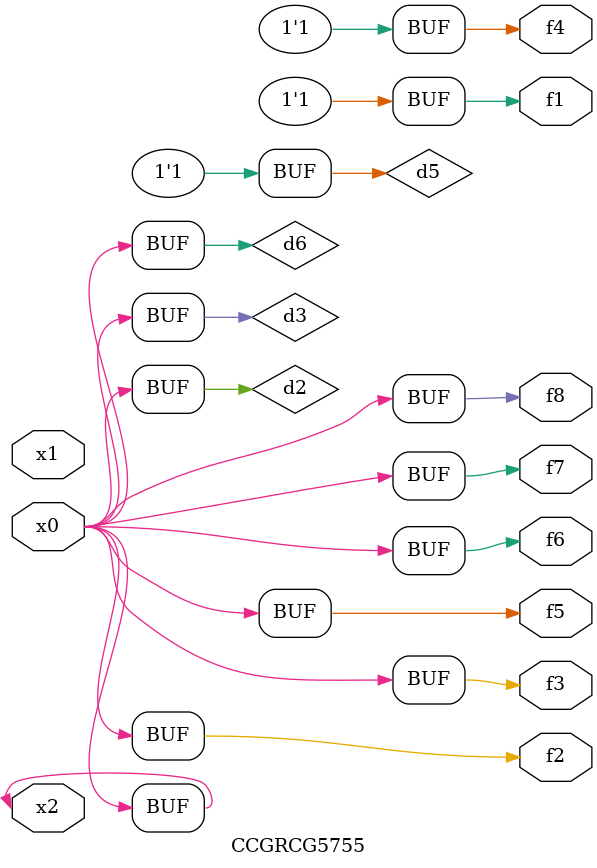
<source format=v>
module CCGRCG5755(
	input x0, x1, x2,
	output f1, f2, f3, f4, f5, f6, f7, f8
);

	wire d1, d2, d3, d4, d5, d6;

	xnor (d1, x2);
	buf (d2, x0, x2);
	and (d3, x0);
	xnor (d4, x1, x2);
	nand (d5, d1, d3);
	buf (d6, d2, d3);
	assign f1 = d5;
	assign f2 = d6;
	assign f3 = d6;
	assign f4 = d5;
	assign f5 = d6;
	assign f6 = d6;
	assign f7 = d6;
	assign f8 = d6;
endmodule

</source>
